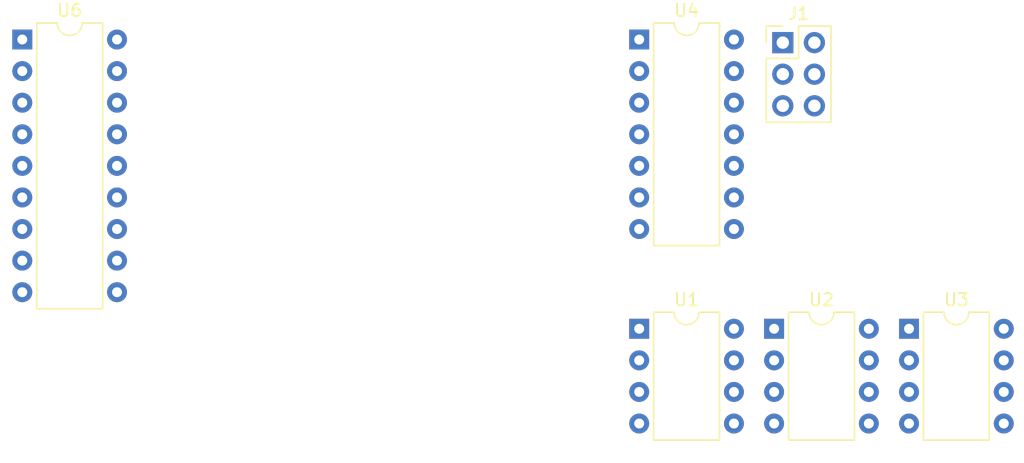
<source format=kicad_pcb>
(kicad_pcb (version 20171130) (host pcbnew "(5.1.8)-1")

  (general
    (thickness 1.6)
    (drawings 0)
    (tracks 0)
    (zones 0)
    (modules 6)
    (nets 42)
  )

  (page A4)
  (layers
    (0 F.Cu signal)
    (31 B.Cu signal)
    (32 B.Adhes user)
    (33 F.Adhes user)
    (34 B.Paste user)
    (35 F.Paste user)
    (36 B.SilkS user)
    (37 F.SilkS user)
    (38 B.Mask user)
    (39 F.Mask user)
    (40 Dwgs.User user)
    (41 Cmts.User user)
    (42 Eco1.User user)
    (43 Eco2.User user)
    (44 Edge.Cuts user)
    (45 Margin user)
    (46 B.CrtYd user)
    (47 F.CrtYd user)
    (48 B.Fab user)
    (49 F.Fab user)
  )

  (setup
    (last_trace_width 0.25)
    (trace_clearance 0.2)
    (zone_clearance 0.508)
    (zone_45_only no)
    (trace_min 0.2)
    (via_size 0.8)
    (via_drill 0.4)
    (via_min_size 0.4)
    (via_min_drill 0.3)
    (uvia_size 0.3)
    (uvia_drill 0.1)
    (uvias_allowed no)
    (uvia_min_size 0.2)
    (uvia_min_drill 0.1)
    (edge_width 0.05)
    (segment_width 0.2)
    (pcb_text_width 0.3)
    (pcb_text_size 1.5 1.5)
    (mod_edge_width 0.12)
    (mod_text_size 1 1)
    (mod_text_width 0.15)
    (pad_size 1.524 1.524)
    (pad_drill 0.762)
    (pad_to_mask_clearance 0)
    (aux_axis_origin 0 0)
    (visible_elements 7FFFFFFF)
    (pcbplotparams
      (layerselection 0x010fc_ffffffff)
      (usegerberextensions false)
      (usegerberattributes true)
      (usegerberadvancedattributes true)
      (creategerberjobfile true)
      (excludeedgelayer true)
      (linewidth 0.100000)
      (plotframeref false)
      (viasonmask false)
      (mode 1)
      (useauxorigin false)
      (hpglpennumber 1)
      (hpglpenspeed 20)
      (hpglpendiameter 15.000000)
      (psnegative false)
      (psa4output false)
      (plotreference true)
      (plotvalue true)
      (plotinvisibletext false)
      (padsonsilk false)
      (subtractmaskfromsilk false)
      (outputformat 1)
      (mirror false)
      (drillshape 1)
      (scaleselection 1)
      (outputdirectory ""))
  )

  (net 0 "")
  (net 1 "Net-(CB1-Pad2)")
  (net 2 "Net-(RV1-Pad2)")
  (net 3 VIN)
  (net 4 "Net-(U1-Pad3)")
  (net 5 GND)
  (net 6 "Net-(U1-Pad2)")
  (net 7 "Net-(U1-Pad5)")
  (net 8 "Net-(CB1-Pad1)")
  (net 9 "Net-(C2-Pad2)")
  (net 10 +5V)
  (net 11 "Net-(U2-Pad3)")
  (net 12 "Net-(U2-Pad2)")
  (net 13 "Net-(U2-Pad5)")
  (net 14 "Net-(C2-Pad1)")
  (net 15 "Net-(U3-Pad5)")
  (net 16 "Net-(C5-Pad1)")
  (net 17 "Net-(C6-Pad1)")
  (net 18 "Net-(U4-Pad6)")
  (net 19 "Net-(U4-Pad5)")
  (net 20 "Net-(U4-Pad12)")
  (net 21 "Net-(U4-Pad11)")
  (net 22 "Net-(U4-Pad10)")
  (net 23 RST)
  (net 24 MISO)
  (net 25 MOSI_SDA)
  (net 26 SCK_SCL)
  (net 27 "Net-(CB2-Pad2)")
  (net 28 "Net-(RV2-Pad2)")
  (net 29 "Net-(U3-Pad3)")
  (net 30 "Net-(U3-Pad2)")
  (net 31 "Net-(CB2-Pad1)")
  (net 32 "Net-(U6-Pad17)")
  (net 33 "Net-(U6-Pad8)")
  (net 34 "Net-(U6-Pad16)")
  (net 35 "Net-(U6-Pad7)")
  (net 36 "Net-(U6-Pad15)")
  (net 37 "Net-(U6-Pad14)")
  (net 38 "Net-(U6-Pad13)")
  (net 39 "Net-(U6-Pad12)")
  (net 40 "Net-(U6-Pad11)")
  (net 41 "Net-(U6-Pad10)")

  (net_class Default "This is the default net class."
    (clearance 0.2)
    (trace_width 0.25)
    (via_dia 0.8)
    (via_drill 0.4)
    (uvia_dia 0.3)
    (uvia_drill 0.1)
    (add_net +5V)
    (add_net GND)
    (add_net MISO)
    (add_net MOSI_SDA)
    (add_net "Net-(C2-Pad1)")
    (add_net "Net-(C2-Pad2)")
    (add_net "Net-(C5-Pad1)")
    (add_net "Net-(C6-Pad1)")
    (add_net "Net-(CB1-Pad1)")
    (add_net "Net-(CB1-Pad2)")
    (add_net "Net-(CB2-Pad1)")
    (add_net "Net-(CB2-Pad2)")
    (add_net "Net-(RV1-Pad2)")
    (add_net "Net-(RV2-Pad2)")
    (add_net "Net-(U1-Pad2)")
    (add_net "Net-(U1-Pad3)")
    (add_net "Net-(U1-Pad5)")
    (add_net "Net-(U2-Pad2)")
    (add_net "Net-(U2-Pad3)")
    (add_net "Net-(U2-Pad5)")
    (add_net "Net-(U3-Pad2)")
    (add_net "Net-(U3-Pad3)")
    (add_net "Net-(U3-Pad5)")
    (add_net "Net-(U4-Pad10)")
    (add_net "Net-(U4-Pad11)")
    (add_net "Net-(U4-Pad12)")
    (add_net "Net-(U4-Pad5)")
    (add_net "Net-(U4-Pad6)")
    (add_net "Net-(U6-Pad10)")
    (add_net "Net-(U6-Pad11)")
    (add_net "Net-(U6-Pad12)")
    (add_net "Net-(U6-Pad13)")
    (add_net "Net-(U6-Pad14)")
    (add_net "Net-(U6-Pad15)")
    (add_net "Net-(U6-Pad16)")
    (add_net "Net-(U6-Pad17)")
    (add_net "Net-(U6-Pad7)")
    (add_net "Net-(U6-Pad8)")
    (add_net RST)
    (add_net SCK_SCL)
    (add_net VIN)
  )

  (module Package_DIP:DIP-18_W7.62mm (layer F.Cu) (tedit 5A02E8C5) (tstamp 5FEE0D04)
    (at 122.537001 61.519001)
    (descr "18-lead though-hole mounted DIP package, row spacing 7.62 mm (300 mils)")
    (tags "THT DIP DIL PDIP 2.54mm 7.62mm 300mil")
    (path /604E5285/605653F1)
    (fp_text reference U6 (at 3.81 -2.33) (layer F.SilkS)
      (effects (font (size 1 1) (thickness 0.15)))
    )
    (fp_text value MCP23008-xP (at 3.81 22.65) (layer F.Fab)
      (effects (font (size 1 1) (thickness 0.15)))
    )
    (fp_text user %R (at 3.81 10.16) (layer F.Fab)
      (effects (font (size 1 1) (thickness 0.15)))
    )
    (fp_arc (start 3.81 -1.33) (end 2.81 -1.33) (angle -180) (layer F.SilkS) (width 0.12))
    (fp_line (start 1.635 -1.27) (end 6.985 -1.27) (layer F.Fab) (width 0.1))
    (fp_line (start 6.985 -1.27) (end 6.985 21.59) (layer F.Fab) (width 0.1))
    (fp_line (start 6.985 21.59) (end 0.635 21.59) (layer F.Fab) (width 0.1))
    (fp_line (start 0.635 21.59) (end 0.635 -0.27) (layer F.Fab) (width 0.1))
    (fp_line (start 0.635 -0.27) (end 1.635 -1.27) (layer F.Fab) (width 0.1))
    (fp_line (start 2.81 -1.33) (end 1.16 -1.33) (layer F.SilkS) (width 0.12))
    (fp_line (start 1.16 -1.33) (end 1.16 21.65) (layer F.SilkS) (width 0.12))
    (fp_line (start 1.16 21.65) (end 6.46 21.65) (layer F.SilkS) (width 0.12))
    (fp_line (start 6.46 21.65) (end 6.46 -1.33) (layer F.SilkS) (width 0.12))
    (fp_line (start 6.46 -1.33) (end 4.81 -1.33) (layer F.SilkS) (width 0.12))
    (fp_line (start -1.1 -1.55) (end -1.1 21.85) (layer F.CrtYd) (width 0.05))
    (fp_line (start -1.1 21.85) (end 8.7 21.85) (layer F.CrtYd) (width 0.05))
    (fp_line (start 8.7 21.85) (end 8.7 -1.55) (layer F.CrtYd) (width 0.05))
    (fp_line (start 8.7 -1.55) (end -1.1 -1.55) (layer F.CrtYd) (width 0.05))
    (pad 18 thru_hole oval (at 7.62 0) (size 1.6 1.6) (drill 0.8) (layers *.Cu *.Mask)
      (net 10 +5V))
    (pad 9 thru_hole oval (at 0 20.32) (size 1.6 1.6) (drill 0.8) (layers *.Cu *.Mask)
      (net 5 GND))
    (pad 17 thru_hole oval (at 7.62 2.54) (size 1.6 1.6) (drill 0.8) (layers *.Cu *.Mask)
      (net 32 "Net-(U6-Pad17)"))
    (pad 8 thru_hole oval (at 0 17.78) (size 1.6 1.6) (drill 0.8) (layers *.Cu *.Mask)
      (net 33 "Net-(U6-Pad8)"))
    (pad 16 thru_hole oval (at 7.62 5.08) (size 1.6 1.6) (drill 0.8) (layers *.Cu *.Mask)
      (net 34 "Net-(U6-Pad16)"))
    (pad 7 thru_hole oval (at 0 15.24) (size 1.6 1.6) (drill 0.8) (layers *.Cu *.Mask)
      (net 35 "Net-(U6-Pad7)"))
    (pad 15 thru_hole oval (at 7.62 7.62) (size 1.6 1.6) (drill 0.8) (layers *.Cu *.Mask)
      (net 36 "Net-(U6-Pad15)"))
    (pad 6 thru_hole oval (at 0 12.7) (size 1.6 1.6) (drill 0.8) (layers *.Cu *.Mask)
      (net 23 RST))
    (pad 14 thru_hole oval (at 7.62 10.16) (size 1.6 1.6) (drill 0.8) (layers *.Cu *.Mask)
      (net 37 "Net-(U6-Pad14)"))
    (pad 5 thru_hole oval (at 0 10.16) (size 1.6 1.6) (drill 0.8) (layers *.Cu *.Mask)
      (net 10 +5V))
    (pad 13 thru_hole oval (at 7.62 12.7) (size 1.6 1.6) (drill 0.8) (layers *.Cu *.Mask)
      (net 38 "Net-(U6-Pad13)"))
    (pad 4 thru_hole oval (at 0 7.62) (size 1.6 1.6) (drill 0.8) (layers *.Cu *.Mask)
      (net 5 GND))
    (pad 12 thru_hole oval (at 7.62 15.24) (size 1.6 1.6) (drill 0.8) (layers *.Cu *.Mask)
      (net 39 "Net-(U6-Pad12)"))
    (pad 3 thru_hole oval (at 0 5.08) (size 1.6 1.6) (drill 0.8) (layers *.Cu *.Mask)
      (net 5 GND))
    (pad 11 thru_hole oval (at 7.62 17.78) (size 1.6 1.6) (drill 0.8) (layers *.Cu *.Mask)
      (net 40 "Net-(U6-Pad11)"))
    (pad 2 thru_hole oval (at 0 2.54) (size 1.6 1.6) (drill 0.8) (layers *.Cu *.Mask)
      (net 25 MOSI_SDA))
    (pad 10 thru_hole oval (at 7.62 20.32) (size 1.6 1.6) (drill 0.8) (layers *.Cu *.Mask)
      (net 41 "Net-(U6-Pad10)"))
    (pad 1 thru_hole rect (at 0 0) (size 1.6 1.6) (drill 0.8) (layers *.Cu *.Mask)
      (net 26 SCK_SCL))
    (model ${KISYS3DMOD}/Package_DIP.3dshapes/DIP-18_W7.62mm.wrl
      (at (xyz 0 0 0))
      (scale (xyz 1 1 1))
      (rotate (xyz 0 0 0))
    )
  )

  (module Package_DIP:DIP-14_W7.62mm (layer F.Cu) (tedit 5A02E8C5) (tstamp 5FEE0CDE)
    (at 172.147001 61.519001)
    (descr "14-lead though-hole mounted DIP package, row spacing 7.62 mm (300 mils)")
    (tags "THT DIP DIL PDIP 2.54mm 7.62mm 300mil")
    (path /604D4533/605F0046)
    (fp_text reference U4 (at 3.81 -2.33) (layer F.SilkS)
      (effects (font (size 1 1) (thickness 0.15)))
    )
    (fp_text value ATtiny84A-PU (at 3.81 17.57) (layer F.Fab)
      (effects (font (size 1 1) (thickness 0.15)))
    )
    (fp_text user %R (at 3.81 7.62) (layer F.Fab)
      (effects (font (size 1 1) (thickness 0.15)))
    )
    (fp_arc (start 3.81 -1.33) (end 2.81 -1.33) (angle -180) (layer F.SilkS) (width 0.12))
    (fp_line (start 1.635 -1.27) (end 6.985 -1.27) (layer F.Fab) (width 0.1))
    (fp_line (start 6.985 -1.27) (end 6.985 16.51) (layer F.Fab) (width 0.1))
    (fp_line (start 6.985 16.51) (end 0.635 16.51) (layer F.Fab) (width 0.1))
    (fp_line (start 0.635 16.51) (end 0.635 -0.27) (layer F.Fab) (width 0.1))
    (fp_line (start 0.635 -0.27) (end 1.635 -1.27) (layer F.Fab) (width 0.1))
    (fp_line (start 2.81 -1.33) (end 1.16 -1.33) (layer F.SilkS) (width 0.12))
    (fp_line (start 1.16 -1.33) (end 1.16 16.57) (layer F.SilkS) (width 0.12))
    (fp_line (start 1.16 16.57) (end 6.46 16.57) (layer F.SilkS) (width 0.12))
    (fp_line (start 6.46 16.57) (end 6.46 -1.33) (layer F.SilkS) (width 0.12))
    (fp_line (start 6.46 -1.33) (end 4.81 -1.33) (layer F.SilkS) (width 0.12))
    (fp_line (start -1.1 -1.55) (end -1.1 16.8) (layer F.CrtYd) (width 0.05))
    (fp_line (start -1.1 16.8) (end 8.7 16.8) (layer F.CrtYd) (width 0.05))
    (fp_line (start 8.7 16.8) (end 8.7 -1.55) (layer F.CrtYd) (width 0.05))
    (fp_line (start 8.7 -1.55) (end -1.1 -1.55) (layer F.CrtYd) (width 0.05))
    (pad 14 thru_hole oval (at 7.62 0) (size 1.6 1.6) (drill 0.8) (layers *.Cu *.Mask)
      (net 5 GND))
    (pad 7 thru_hole oval (at 0 15.24) (size 1.6 1.6) (drill 0.8) (layers *.Cu *.Mask)
      (net 25 MOSI_SDA))
    (pad 13 thru_hole oval (at 7.62 2.54) (size 1.6 1.6) (drill 0.8) (layers *.Cu *.Mask)
      (net 10 +5V))
    (pad 6 thru_hole oval (at 0 12.7) (size 1.6 1.6) (drill 0.8) (layers *.Cu *.Mask)
      (net 18 "Net-(U4-Pad6)"))
    (pad 12 thru_hole oval (at 7.62 5.08) (size 1.6 1.6) (drill 0.8) (layers *.Cu *.Mask)
      (net 20 "Net-(U4-Pad12)"))
    (pad 5 thru_hole oval (at 0 10.16) (size 1.6 1.6) (drill 0.8) (layers *.Cu *.Mask)
      (net 19 "Net-(U4-Pad5)"))
    (pad 11 thru_hole oval (at 7.62 7.62) (size 1.6 1.6) (drill 0.8) (layers *.Cu *.Mask)
      (net 21 "Net-(U4-Pad11)"))
    (pad 4 thru_hole oval (at 0 7.62) (size 1.6 1.6) (drill 0.8) (layers *.Cu *.Mask)
      (net 23 RST))
    (pad 10 thru_hole oval (at 7.62 10.16) (size 1.6 1.6) (drill 0.8) (layers *.Cu *.Mask)
      (net 22 "Net-(U4-Pad10)"))
    (pad 3 thru_hole oval (at 0 5.08) (size 1.6 1.6) (drill 0.8) (layers *.Cu *.Mask)
      (net 16 "Net-(C5-Pad1)"))
    (pad 9 thru_hole oval (at 7.62 12.7) (size 1.6 1.6) (drill 0.8) (layers *.Cu *.Mask)
      (net 26 SCK_SCL))
    (pad 2 thru_hole oval (at 0 2.54) (size 1.6 1.6) (drill 0.8) (layers *.Cu *.Mask)
      (net 17 "Net-(C6-Pad1)"))
    (pad 8 thru_hole oval (at 7.62 15.24) (size 1.6 1.6) (drill 0.8) (layers *.Cu *.Mask)
      (net 24 MISO))
    (pad 1 thru_hole rect (at 0 0) (size 1.6 1.6) (drill 0.8) (layers *.Cu *.Mask)
      (net 10 +5V))
    (model ${KISYS3DMOD}/Package_DIP.3dshapes/DIP-14_W7.62mm.wrl
      (at (xyz 0 0 0))
      (scale (xyz 1 1 1))
      (rotate (xyz 0 0 0))
    )
  )

  (module Package_DIP:DIP-8_W7.62mm (layer F.Cu) (tedit 5A02E8C5) (tstamp 5FEE0CBC)
    (at 193.847001 84.779001)
    (descr "8-lead though-hole mounted DIP package, row spacing 7.62 mm (300 mils)")
    (tags "THT DIP DIL PDIP 2.54mm 7.62mm 300mil")
    (path /604D3BA3/605245D7)
    (fp_text reference U3 (at 3.81 -2.33) (layer F.SilkS)
      (effects (font (size 1 1) (thickness 0.15)))
    )
    (fp_text value LM2674N-ADJ (at 3.81 9.95) (layer F.Fab)
      (effects (font (size 1 1) (thickness 0.15)))
    )
    (fp_text user %R (at 3.81 3.81) (layer F.Fab)
      (effects (font (size 1 1) (thickness 0.15)))
    )
    (fp_arc (start 3.81 -1.33) (end 2.81 -1.33) (angle -180) (layer F.SilkS) (width 0.12))
    (fp_line (start 1.635 -1.27) (end 6.985 -1.27) (layer F.Fab) (width 0.1))
    (fp_line (start 6.985 -1.27) (end 6.985 8.89) (layer F.Fab) (width 0.1))
    (fp_line (start 6.985 8.89) (end 0.635 8.89) (layer F.Fab) (width 0.1))
    (fp_line (start 0.635 8.89) (end 0.635 -0.27) (layer F.Fab) (width 0.1))
    (fp_line (start 0.635 -0.27) (end 1.635 -1.27) (layer F.Fab) (width 0.1))
    (fp_line (start 2.81 -1.33) (end 1.16 -1.33) (layer F.SilkS) (width 0.12))
    (fp_line (start 1.16 -1.33) (end 1.16 8.95) (layer F.SilkS) (width 0.12))
    (fp_line (start 1.16 8.95) (end 6.46 8.95) (layer F.SilkS) (width 0.12))
    (fp_line (start 6.46 8.95) (end 6.46 -1.33) (layer F.SilkS) (width 0.12))
    (fp_line (start 6.46 -1.33) (end 4.81 -1.33) (layer F.SilkS) (width 0.12))
    (fp_line (start -1.1 -1.55) (end -1.1 9.15) (layer F.CrtYd) (width 0.05))
    (fp_line (start -1.1 9.15) (end 8.7 9.15) (layer F.CrtYd) (width 0.05))
    (fp_line (start 8.7 9.15) (end 8.7 -1.55) (layer F.CrtYd) (width 0.05))
    (fp_line (start 8.7 -1.55) (end -1.1 -1.55) (layer F.CrtYd) (width 0.05))
    (pad 8 thru_hole oval (at 7.62 0) (size 1.6 1.6) (drill 0.8) (layers *.Cu *.Mask)
      (net 27 "Net-(CB2-Pad2)"))
    (pad 4 thru_hole oval (at 0 7.62) (size 1.6 1.6) (drill 0.8) (layers *.Cu *.Mask)
      (net 28 "Net-(RV2-Pad2)"))
    (pad 7 thru_hole oval (at 7.62 2.54) (size 1.6 1.6) (drill 0.8) (layers *.Cu *.Mask)
      (net 3 VIN))
    (pad 3 thru_hole oval (at 0 5.08) (size 1.6 1.6) (drill 0.8) (layers *.Cu *.Mask)
      (net 29 "Net-(U3-Pad3)"))
    (pad 6 thru_hole oval (at 7.62 5.08) (size 1.6 1.6) (drill 0.8) (layers *.Cu *.Mask)
      (net 5 GND))
    (pad 2 thru_hole oval (at 0 2.54) (size 1.6 1.6) (drill 0.8) (layers *.Cu *.Mask)
      (net 30 "Net-(U3-Pad2)"))
    (pad 5 thru_hole oval (at 7.62 7.62) (size 1.6 1.6) (drill 0.8) (layers *.Cu *.Mask)
      (net 15 "Net-(U3-Pad5)"))
    (pad 1 thru_hole rect (at 0 0) (size 1.6 1.6) (drill 0.8) (layers *.Cu *.Mask)
      (net 31 "Net-(CB2-Pad1)"))
    (model ${KISYS3DMOD}/Package_DIP.3dshapes/DIP-8_W7.62mm.wrl
      (at (xyz 0 0 0))
      (scale (xyz 1 1 1))
      (rotate (xyz 0 0 0))
    )
  )

  (module Package_DIP:DIP-8_W7.62mm (layer F.Cu) (tedit 5A02E8C5) (tstamp 5FEE0CA0)
    (at 182.997001 84.779001)
    (descr "8-lead though-hole mounted DIP package, row spacing 7.62 mm (300 mils)")
    (tags "THT DIP DIL PDIP 2.54mm 7.62mm 300mil")
    (path /604D3BA3/60544699)
    (fp_text reference U2 (at 3.81 -2.33) (layer F.SilkS)
      (effects (font (size 1 1) (thickness 0.15)))
    )
    (fp_text value LM2674N-5.0 (at 3.81 9.95) (layer F.Fab)
      (effects (font (size 1 1) (thickness 0.15)))
    )
    (fp_text user %R (at 3.81 3.81) (layer F.Fab)
      (effects (font (size 1 1) (thickness 0.15)))
    )
    (fp_arc (start 3.81 -1.33) (end 2.81 -1.33) (angle -180) (layer F.SilkS) (width 0.12))
    (fp_line (start 1.635 -1.27) (end 6.985 -1.27) (layer F.Fab) (width 0.1))
    (fp_line (start 6.985 -1.27) (end 6.985 8.89) (layer F.Fab) (width 0.1))
    (fp_line (start 6.985 8.89) (end 0.635 8.89) (layer F.Fab) (width 0.1))
    (fp_line (start 0.635 8.89) (end 0.635 -0.27) (layer F.Fab) (width 0.1))
    (fp_line (start 0.635 -0.27) (end 1.635 -1.27) (layer F.Fab) (width 0.1))
    (fp_line (start 2.81 -1.33) (end 1.16 -1.33) (layer F.SilkS) (width 0.12))
    (fp_line (start 1.16 -1.33) (end 1.16 8.95) (layer F.SilkS) (width 0.12))
    (fp_line (start 1.16 8.95) (end 6.46 8.95) (layer F.SilkS) (width 0.12))
    (fp_line (start 6.46 8.95) (end 6.46 -1.33) (layer F.SilkS) (width 0.12))
    (fp_line (start 6.46 -1.33) (end 4.81 -1.33) (layer F.SilkS) (width 0.12))
    (fp_line (start -1.1 -1.55) (end -1.1 9.15) (layer F.CrtYd) (width 0.05))
    (fp_line (start -1.1 9.15) (end 8.7 9.15) (layer F.CrtYd) (width 0.05))
    (fp_line (start 8.7 9.15) (end 8.7 -1.55) (layer F.CrtYd) (width 0.05))
    (fp_line (start 8.7 -1.55) (end -1.1 -1.55) (layer F.CrtYd) (width 0.05))
    (pad 8 thru_hole oval (at 7.62 0) (size 1.6 1.6) (drill 0.8) (layers *.Cu *.Mask)
      (net 9 "Net-(C2-Pad2)"))
    (pad 4 thru_hole oval (at 0 7.62) (size 1.6 1.6) (drill 0.8) (layers *.Cu *.Mask)
      (net 10 +5V))
    (pad 7 thru_hole oval (at 7.62 2.54) (size 1.6 1.6) (drill 0.8) (layers *.Cu *.Mask)
      (net 3 VIN))
    (pad 3 thru_hole oval (at 0 5.08) (size 1.6 1.6) (drill 0.8) (layers *.Cu *.Mask)
      (net 11 "Net-(U2-Pad3)"))
    (pad 6 thru_hole oval (at 7.62 5.08) (size 1.6 1.6) (drill 0.8) (layers *.Cu *.Mask)
      (net 5 GND))
    (pad 2 thru_hole oval (at 0 2.54) (size 1.6 1.6) (drill 0.8) (layers *.Cu *.Mask)
      (net 12 "Net-(U2-Pad2)"))
    (pad 5 thru_hole oval (at 7.62 7.62) (size 1.6 1.6) (drill 0.8) (layers *.Cu *.Mask)
      (net 13 "Net-(U2-Pad5)"))
    (pad 1 thru_hole rect (at 0 0) (size 1.6 1.6) (drill 0.8) (layers *.Cu *.Mask)
      (net 14 "Net-(C2-Pad1)"))
    (model ${KISYS3DMOD}/Package_DIP.3dshapes/DIP-8_W7.62mm.wrl
      (at (xyz 0 0 0))
      (scale (xyz 1 1 1))
      (rotate (xyz 0 0 0))
    )
  )

  (module Package_DIP:DIP-8_W7.62mm (layer F.Cu) (tedit 5A02E8C5) (tstamp 5FEE0C84)
    (at 172.147001 84.779001)
    (descr "8-lead though-hole mounted DIP package, row spacing 7.62 mm (300 mils)")
    (tags "THT DIP DIL PDIP 2.54mm 7.62mm 300mil")
    (path /604D3BA3/60524600)
    (fp_text reference U1 (at 3.81 -2.33) (layer F.SilkS)
      (effects (font (size 1 1) (thickness 0.15)))
    )
    (fp_text value LM2674N-ADJ (at 3.81 9.95) (layer F.Fab)
      (effects (font (size 1 1) (thickness 0.15)))
    )
    (fp_text user %R (at 3.81 3.81) (layer F.Fab)
      (effects (font (size 1 1) (thickness 0.15)))
    )
    (fp_arc (start 3.81 -1.33) (end 2.81 -1.33) (angle -180) (layer F.SilkS) (width 0.12))
    (fp_line (start 1.635 -1.27) (end 6.985 -1.27) (layer F.Fab) (width 0.1))
    (fp_line (start 6.985 -1.27) (end 6.985 8.89) (layer F.Fab) (width 0.1))
    (fp_line (start 6.985 8.89) (end 0.635 8.89) (layer F.Fab) (width 0.1))
    (fp_line (start 0.635 8.89) (end 0.635 -0.27) (layer F.Fab) (width 0.1))
    (fp_line (start 0.635 -0.27) (end 1.635 -1.27) (layer F.Fab) (width 0.1))
    (fp_line (start 2.81 -1.33) (end 1.16 -1.33) (layer F.SilkS) (width 0.12))
    (fp_line (start 1.16 -1.33) (end 1.16 8.95) (layer F.SilkS) (width 0.12))
    (fp_line (start 1.16 8.95) (end 6.46 8.95) (layer F.SilkS) (width 0.12))
    (fp_line (start 6.46 8.95) (end 6.46 -1.33) (layer F.SilkS) (width 0.12))
    (fp_line (start 6.46 -1.33) (end 4.81 -1.33) (layer F.SilkS) (width 0.12))
    (fp_line (start -1.1 -1.55) (end -1.1 9.15) (layer F.CrtYd) (width 0.05))
    (fp_line (start -1.1 9.15) (end 8.7 9.15) (layer F.CrtYd) (width 0.05))
    (fp_line (start 8.7 9.15) (end 8.7 -1.55) (layer F.CrtYd) (width 0.05))
    (fp_line (start 8.7 -1.55) (end -1.1 -1.55) (layer F.CrtYd) (width 0.05))
    (pad 8 thru_hole oval (at 7.62 0) (size 1.6 1.6) (drill 0.8) (layers *.Cu *.Mask)
      (net 1 "Net-(CB1-Pad2)"))
    (pad 4 thru_hole oval (at 0 7.62) (size 1.6 1.6) (drill 0.8) (layers *.Cu *.Mask)
      (net 2 "Net-(RV1-Pad2)"))
    (pad 7 thru_hole oval (at 7.62 2.54) (size 1.6 1.6) (drill 0.8) (layers *.Cu *.Mask)
      (net 3 VIN))
    (pad 3 thru_hole oval (at 0 5.08) (size 1.6 1.6) (drill 0.8) (layers *.Cu *.Mask)
      (net 4 "Net-(U1-Pad3)"))
    (pad 6 thru_hole oval (at 7.62 5.08) (size 1.6 1.6) (drill 0.8) (layers *.Cu *.Mask)
      (net 5 GND))
    (pad 2 thru_hole oval (at 0 2.54) (size 1.6 1.6) (drill 0.8) (layers *.Cu *.Mask)
      (net 6 "Net-(U1-Pad2)"))
    (pad 5 thru_hole oval (at 7.62 7.62) (size 1.6 1.6) (drill 0.8) (layers *.Cu *.Mask)
      (net 7 "Net-(U1-Pad5)"))
    (pad 1 thru_hole rect (at 0 0) (size 1.6 1.6) (drill 0.8) (layers *.Cu *.Mask)
      (net 8 "Net-(CB1-Pad1)"))
    (model ${KISYS3DMOD}/Package_DIP.3dshapes/DIP-8_W7.62mm.wrl
      (at (xyz 0 0 0))
      (scale (xyz 1 1 1))
      (rotate (xyz 0 0 0))
    )
  )

  (module Connector_PinHeader_2.54mm:PinHeader_2x03_P2.54mm_Vertical (layer F.Cu) (tedit 59FED5CC) (tstamp 5FEE0C68)
    (at 183.697001 61.769001)
    (descr "Through hole straight pin header, 2x03, 2.54mm pitch, double rows")
    (tags "Through hole pin header THT 2x03 2.54mm double row")
    (path /604D4533/605F0088)
    (fp_text reference J1 (at 1.27 -2.33) (layer F.SilkS)
      (effects (font (size 1 1) (thickness 0.15)))
    )
    (fp_text value "ICSP Header" (at 1.27 7.41) (layer F.Fab)
      (effects (font (size 1 1) (thickness 0.15)))
    )
    (fp_text user %R (at 1.27 2.54 90) (layer F.Fab)
      (effects (font (size 1 1) (thickness 0.15)))
    )
    (fp_line (start 0 -1.27) (end 3.81 -1.27) (layer F.Fab) (width 0.1))
    (fp_line (start 3.81 -1.27) (end 3.81 6.35) (layer F.Fab) (width 0.1))
    (fp_line (start 3.81 6.35) (end -1.27 6.35) (layer F.Fab) (width 0.1))
    (fp_line (start -1.27 6.35) (end -1.27 0) (layer F.Fab) (width 0.1))
    (fp_line (start -1.27 0) (end 0 -1.27) (layer F.Fab) (width 0.1))
    (fp_line (start -1.33 6.41) (end 3.87 6.41) (layer F.SilkS) (width 0.12))
    (fp_line (start -1.33 1.27) (end -1.33 6.41) (layer F.SilkS) (width 0.12))
    (fp_line (start 3.87 -1.33) (end 3.87 6.41) (layer F.SilkS) (width 0.12))
    (fp_line (start -1.33 1.27) (end 1.27 1.27) (layer F.SilkS) (width 0.12))
    (fp_line (start 1.27 1.27) (end 1.27 -1.33) (layer F.SilkS) (width 0.12))
    (fp_line (start 1.27 -1.33) (end 3.87 -1.33) (layer F.SilkS) (width 0.12))
    (fp_line (start -1.33 0) (end -1.33 -1.33) (layer F.SilkS) (width 0.12))
    (fp_line (start -1.33 -1.33) (end 0 -1.33) (layer F.SilkS) (width 0.12))
    (fp_line (start -1.8 -1.8) (end -1.8 6.85) (layer F.CrtYd) (width 0.05))
    (fp_line (start -1.8 6.85) (end 4.35 6.85) (layer F.CrtYd) (width 0.05))
    (fp_line (start 4.35 6.85) (end 4.35 -1.8) (layer F.CrtYd) (width 0.05))
    (fp_line (start 4.35 -1.8) (end -1.8 -1.8) (layer F.CrtYd) (width 0.05))
    (pad 6 thru_hole oval (at 2.54 5.08) (size 1.7 1.7) (drill 1) (layers *.Cu *.Mask)
      (net 5 GND))
    (pad 5 thru_hole oval (at 0 5.08) (size 1.7 1.7) (drill 1) (layers *.Cu *.Mask)
      (net 23 RST))
    (pad 4 thru_hole oval (at 2.54 2.54) (size 1.7 1.7) (drill 1) (layers *.Cu *.Mask)
      (net 25 MOSI_SDA))
    (pad 3 thru_hole oval (at 0 2.54) (size 1.7 1.7) (drill 1) (layers *.Cu *.Mask)
      (net 26 SCK_SCL))
    (pad 2 thru_hole oval (at 2.54 0) (size 1.7 1.7) (drill 1) (layers *.Cu *.Mask)
      (net 10 +5V))
    (pad 1 thru_hole rect (at 0 0) (size 1.7 1.7) (drill 1) (layers *.Cu *.Mask)
      (net 24 MISO))
    (model ${KISYS3DMOD}/Connector_PinHeader_2.54mm.3dshapes/PinHeader_2x03_P2.54mm_Vertical.wrl
      (at (xyz 0 0 0))
      (scale (xyz 1 1 1))
      (rotate (xyz 0 0 0))
    )
  )

)

</source>
